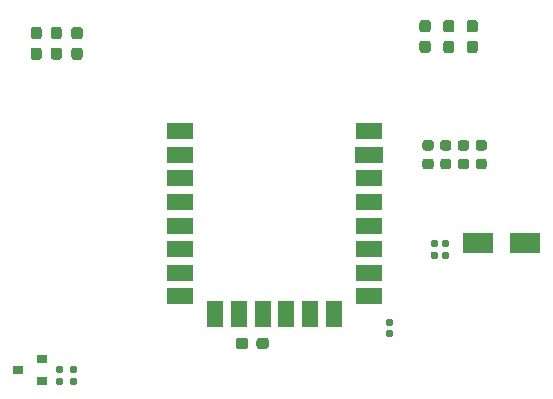
<source format=gbr>
%TF.GenerationSoftware,KiCad,Pcbnew,(5.1.6)-1*%
%TF.CreationDate,2021-03-25T12:52:47+05:30*%
%TF.ProjectId,RX_Controller,52585f43-6f6e-4747-926f-6c6c65722e6b,rev?*%
%TF.SameCoordinates,Original*%
%TF.FileFunction,Paste,Top*%
%TF.FilePolarity,Positive*%
%FSLAX46Y46*%
G04 Gerber Fmt 4.6, Leading zero omitted, Abs format (unit mm)*
G04 Created by KiCad (PCBNEW (5.1.6)-1) date 2021-03-25 12:52:47*
%MOMM*%
%LPD*%
G01*
G04 APERTURE LIST*
%ADD10R,2.500000X1.800000*%
%ADD11R,0.900000X0.800000*%
%ADD12R,2.300000X1.400000*%
%ADD13R,1.400000X2.300000*%
%ADD14R,2.330000X1.400000*%
G04 APERTURE END LIST*
%TO.C,C15*%
G36*
G01*
X140743750Y-90775000D02*
X141256250Y-90775000D01*
G75*
G02*
X141475000Y-90993750I0J-218750D01*
G01*
X141475000Y-91431250D01*
G75*
G02*
X141256250Y-91650000I-218750J0D01*
G01*
X140743750Y-91650000D01*
G75*
G02*
X140525000Y-91431250I0J218750D01*
G01*
X140525000Y-90993750D01*
G75*
G02*
X140743750Y-90775000I218750J0D01*
G01*
G37*
G36*
G01*
X140743750Y-92350000D02*
X141256250Y-92350000D01*
G75*
G02*
X141475000Y-92568750I0J-218750D01*
G01*
X141475000Y-93006250D01*
G75*
G02*
X141256250Y-93225000I-218750J0D01*
G01*
X140743750Y-93225000D01*
G75*
G02*
X140525000Y-93006250I0J218750D01*
G01*
X140525000Y-92568750D01*
G75*
G02*
X140743750Y-92350000I218750J0D01*
G01*
G37*
%TD*%
%TO.C,C16*%
G36*
G01*
X142243750Y-92350000D02*
X142756250Y-92350000D01*
G75*
G02*
X142975000Y-92568750I0J-218750D01*
G01*
X142975000Y-93006250D01*
G75*
G02*
X142756250Y-93225000I-218750J0D01*
G01*
X142243750Y-93225000D01*
G75*
G02*
X142025000Y-93006250I0J218750D01*
G01*
X142025000Y-92568750D01*
G75*
G02*
X142243750Y-92350000I218750J0D01*
G01*
G37*
G36*
G01*
X142243750Y-90775000D02*
X142756250Y-90775000D01*
G75*
G02*
X142975000Y-90993750I0J-218750D01*
G01*
X142975000Y-91431250D01*
G75*
G02*
X142756250Y-91650000I-218750J0D01*
G01*
X142243750Y-91650000D01*
G75*
G02*
X142025000Y-91431250I0J218750D01*
G01*
X142025000Y-90993750D01*
G75*
G02*
X142243750Y-90775000I218750J0D01*
G01*
G37*
%TD*%
D10*
%TO.C,D1*%
X147750000Y-99500000D03*
X143750000Y-99500000D03*
%TD*%
%TO.C,D3*%
G36*
G01*
X141012500Y-82350000D02*
X141487500Y-82350000D01*
G75*
G02*
X141725000Y-82587500I0J-237500D01*
G01*
X141725000Y-83162500D01*
G75*
G02*
X141487500Y-83400000I-237500J0D01*
G01*
X141012500Y-83400000D01*
G75*
G02*
X140775000Y-83162500I0J237500D01*
G01*
X140775000Y-82587500D01*
G75*
G02*
X141012500Y-82350000I237500J0D01*
G01*
G37*
G36*
G01*
X141012500Y-80600000D02*
X141487500Y-80600000D01*
G75*
G02*
X141725000Y-80837500I0J-237500D01*
G01*
X141725000Y-81412500D01*
G75*
G02*
X141487500Y-81650000I-237500J0D01*
G01*
X141012500Y-81650000D01*
G75*
G02*
X140775000Y-81412500I0J237500D01*
G01*
X140775000Y-80837500D01*
G75*
G02*
X141012500Y-80600000I237500J0D01*
G01*
G37*
%TD*%
%TO.C,D2*%
G36*
G01*
X139012501Y-80600000D02*
X139487501Y-80600000D01*
G75*
G02*
X139725001Y-80837500I0J-237500D01*
G01*
X139725001Y-81412500D01*
G75*
G02*
X139487501Y-81650000I-237500J0D01*
G01*
X139012501Y-81650000D01*
G75*
G02*
X138775001Y-81412500I0J237500D01*
G01*
X138775001Y-80837500D01*
G75*
G02*
X139012501Y-80600000I237500J0D01*
G01*
G37*
G36*
G01*
X139012501Y-82350000D02*
X139487501Y-82350000D01*
G75*
G02*
X139725001Y-82587500I0J-237500D01*
G01*
X139725001Y-83162500D01*
G75*
G02*
X139487501Y-83400000I-237500J0D01*
G01*
X139012501Y-83400000D01*
G75*
G02*
X138775001Y-83162500I0J237500D01*
G01*
X138775001Y-82587500D01*
G75*
G02*
X139012501Y-82350000I237500J0D01*
G01*
G37*
%TD*%
%TO.C,D7*%
G36*
G01*
X143012500Y-80600000D02*
X143487500Y-80600000D01*
G75*
G02*
X143725000Y-80837500I0J-237500D01*
G01*
X143725000Y-81412500D01*
G75*
G02*
X143487500Y-81650000I-237500J0D01*
G01*
X143012500Y-81650000D01*
G75*
G02*
X142775000Y-81412500I0J237500D01*
G01*
X142775000Y-80837500D01*
G75*
G02*
X143012500Y-80600000I237500J0D01*
G01*
G37*
G36*
G01*
X143012500Y-82350000D02*
X143487500Y-82350000D01*
G75*
G02*
X143725000Y-82587500I0J-237500D01*
G01*
X143725000Y-83162500D01*
G75*
G02*
X143487500Y-83400000I-237500J0D01*
G01*
X143012500Y-83400000D01*
G75*
G02*
X142775000Y-83162500I0J237500D01*
G01*
X142775000Y-82587500D01*
G75*
G02*
X143012500Y-82350000I237500J0D01*
G01*
G37*
%TD*%
D11*
%TO.C,Q1*%
X106825000Y-111200000D03*
X106825000Y-109300000D03*
X104825000Y-110250000D03*
%TD*%
%TO.C,R12*%
G36*
G01*
X109537500Y-81175000D02*
X110012500Y-81175000D01*
G75*
G02*
X110250000Y-81412500I0J-237500D01*
G01*
X110250000Y-81987500D01*
G75*
G02*
X110012500Y-82225000I-237500J0D01*
G01*
X109537500Y-82225000D01*
G75*
G02*
X109300000Y-81987500I0J237500D01*
G01*
X109300000Y-81412500D01*
G75*
G02*
X109537500Y-81175000I237500J0D01*
G01*
G37*
G36*
G01*
X109537500Y-82925000D02*
X110012500Y-82925000D01*
G75*
G02*
X110250000Y-83162500I0J-237500D01*
G01*
X110250000Y-83737500D01*
G75*
G02*
X110012500Y-83975000I-237500J0D01*
G01*
X109537500Y-83975000D01*
G75*
G02*
X109300000Y-83737500I0J237500D01*
G01*
X109300000Y-83162500D01*
G75*
G02*
X109537500Y-82925000I237500J0D01*
G01*
G37*
%TD*%
%TO.C,R13*%
G36*
G01*
X108262500Y-83975000D02*
X107787500Y-83975000D01*
G75*
G02*
X107550000Y-83737500I0J237500D01*
G01*
X107550000Y-83162500D01*
G75*
G02*
X107787500Y-82925000I237500J0D01*
G01*
X108262500Y-82925000D01*
G75*
G02*
X108500000Y-83162500I0J-237500D01*
G01*
X108500000Y-83737500D01*
G75*
G02*
X108262500Y-83975000I-237500J0D01*
G01*
G37*
G36*
G01*
X108262500Y-82225000D02*
X107787500Y-82225000D01*
G75*
G02*
X107550000Y-81987500I0J237500D01*
G01*
X107550000Y-81412500D01*
G75*
G02*
X107787500Y-81175000I237500J0D01*
G01*
X108262500Y-81175000D01*
G75*
G02*
X108500000Y-81412500I0J-237500D01*
G01*
X108500000Y-81987500D01*
G75*
G02*
X108262500Y-82225000I-237500J0D01*
G01*
G37*
%TD*%
%TO.C,R14*%
G36*
G01*
X106087500Y-82925000D02*
X106562500Y-82925000D01*
G75*
G02*
X106800000Y-83162500I0J-237500D01*
G01*
X106800000Y-83737500D01*
G75*
G02*
X106562500Y-83975000I-237500J0D01*
G01*
X106087500Y-83975000D01*
G75*
G02*
X105850000Y-83737500I0J237500D01*
G01*
X105850000Y-83162500D01*
G75*
G02*
X106087500Y-82925000I237500J0D01*
G01*
G37*
G36*
G01*
X106087500Y-81175000D02*
X106562500Y-81175000D01*
G75*
G02*
X106800000Y-81412500I0J-237500D01*
G01*
X106800000Y-81987500D01*
G75*
G02*
X106562500Y-82225000I-237500J0D01*
G01*
X106087500Y-82225000D01*
G75*
G02*
X105850000Y-81987500I0J237500D01*
G01*
X105850000Y-81412500D01*
G75*
G02*
X106087500Y-81175000I237500J0D01*
G01*
G37*
%TD*%
%TO.C,R8*%
G36*
G01*
X136077500Y-106865000D02*
X136422500Y-106865000D01*
G75*
G02*
X136570000Y-107012500I0J-147500D01*
G01*
X136570000Y-107307500D01*
G75*
G02*
X136422500Y-107455000I-147500J0D01*
G01*
X136077500Y-107455000D01*
G75*
G02*
X135930000Y-107307500I0J147500D01*
G01*
X135930000Y-107012500D01*
G75*
G02*
X136077500Y-106865000I147500J0D01*
G01*
G37*
G36*
G01*
X136077500Y-105895000D02*
X136422500Y-105895000D01*
G75*
G02*
X136570000Y-106042500I0J-147500D01*
G01*
X136570000Y-106337500D01*
G75*
G02*
X136422500Y-106485000I-147500J0D01*
G01*
X136077500Y-106485000D01*
G75*
G02*
X135930000Y-106337500I0J147500D01*
G01*
X135930000Y-106042500D01*
G75*
G02*
X136077500Y-105895000I147500J0D01*
G01*
G37*
%TD*%
%TO.C,R9*%
G36*
G01*
X109647500Y-111480000D02*
X109302500Y-111480000D01*
G75*
G02*
X109155000Y-111332500I0J147500D01*
G01*
X109155000Y-111037500D01*
G75*
G02*
X109302500Y-110890000I147500J0D01*
G01*
X109647500Y-110890000D01*
G75*
G02*
X109795000Y-111037500I0J-147500D01*
G01*
X109795000Y-111332500D01*
G75*
G02*
X109647500Y-111480000I-147500J0D01*
G01*
G37*
G36*
G01*
X109647500Y-110510000D02*
X109302500Y-110510000D01*
G75*
G02*
X109155000Y-110362500I0J147500D01*
G01*
X109155000Y-110067500D01*
G75*
G02*
X109302500Y-109920000I147500J0D01*
G01*
X109647500Y-109920000D01*
G75*
G02*
X109795000Y-110067500I0J-147500D01*
G01*
X109795000Y-110362500D01*
G75*
G02*
X109647500Y-110510000I-147500J0D01*
G01*
G37*
%TD*%
%TO.C,R7*%
G36*
G01*
X108472500Y-110510000D02*
X108127500Y-110510000D01*
G75*
G02*
X107980000Y-110362500I0J147500D01*
G01*
X107980000Y-110067500D01*
G75*
G02*
X108127500Y-109920000I147500J0D01*
G01*
X108472500Y-109920000D01*
G75*
G02*
X108620000Y-110067500I0J-147500D01*
G01*
X108620000Y-110362500D01*
G75*
G02*
X108472500Y-110510000I-147500J0D01*
G01*
G37*
G36*
G01*
X108472500Y-111480000D02*
X108127500Y-111480000D01*
G75*
G02*
X107980000Y-111332500I0J147500D01*
G01*
X107980000Y-111037500D01*
G75*
G02*
X108127500Y-110890000I147500J0D01*
G01*
X108472500Y-110890000D01*
G75*
G02*
X108620000Y-111037500I0J-147500D01*
G01*
X108620000Y-111332500D01*
G75*
G02*
X108472500Y-111480000I-147500J0D01*
G01*
G37*
%TD*%
%TO.C,R20*%
G36*
G01*
X139243750Y-92350000D02*
X139756250Y-92350000D01*
G75*
G02*
X139975000Y-92568750I0J-218750D01*
G01*
X139975000Y-93006250D01*
G75*
G02*
X139756250Y-93225000I-218750J0D01*
G01*
X139243750Y-93225000D01*
G75*
G02*
X139025000Y-93006250I0J218750D01*
G01*
X139025000Y-92568750D01*
G75*
G02*
X139243750Y-92350000I218750J0D01*
G01*
G37*
G36*
G01*
X139243750Y-90775000D02*
X139756250Y-90775000D01*
G75*
G02*
X139975000Y-90993750I0J-218750D01*
G01*
X139975000Y-91431250D01*
G75*
G02*
X139756250Y-91650000I-218750J0D01*
G01*
X139243750Y-91650000D01*
G75*
G02*
X139025000Y-91431250I0J218750D01*
G01*
X139025000Y-90993750D01*
G75*
G02*
X139243750Y-90775000I218750J0D01*
G01*
G37*
%TD*%
%TO.C,R22*%
G36*
G01*
X144256250Y-93225000D02*
X143743750Y-93225000D01*
G75*
G02*
X143525000Y-93006250I0J218750D01*
G01*
X143525000Y-92568750D01*
G75*
G02*
X143743750Y-92350000I218750J0D01*
G01*
X144256250Y-92350000D01*
G75*
G02*
X144475000Y-92568750I0J-218750D01*
G01*
X144475000Y-93006250D01*
G75*
G02*
X144256250Y-93225000I-218750J0D01*
G01*
G37*
G36*
G01*
X144256250Y-91650000D02*
X143743750Y-91650000D01*
G75*
G02*
X143525000Y-91431250I0J218750D01*
G01*
X143525000Y-90993750D01*
G75*
G02*
X143743750Y-90775000I218750J0D01*
G01*
X144256250Y-90775000D01*
G75*
G02*
X144475000Y-90993750I0J-218750D01*
G01*
X144475000Y-91431250D01*
G75*
G02*
X144256250Y-91650000I-218750J0D01*
G01*
G37*
%TD*%
%TO.C,R17*%
G36*
G01*
X140310000Y-99352500D02*
X140310000Y-99697500D01*
G75*
G02*
X140162500Y-99845000I-147500J0D01*
G01*
X139867500Y-99845000D01*
G75*
G02*
X139720000Y-99697500I0J147500D01*
G01*
X139720000Y-99352500D01*
G75*
G02*
X139867500Y-99205000I147500J0D01*
G01*
X140162500Y-99205000D01*
G75*
G02*
X140310000Y-99352500I0J-147500D01*
G01*
G37*
G36*
G01*
X141280000Y-99352500D02*
X141280000Y-99697500D01*
G75*
G02*
X141132500Y-99845000I-147500J0D01*
G01*
X140837500Y-99845000D01*
G75*
G02*
X140690000Y-99697500I0J147500D01*
G01*
X140690000Y-99352500D01*
G75*
G02*
X140837500Y-99205000I147500J0D01*
G01*
X141132500Y-99205000D01*
G75*
G02*
X141280000Y-99352500I0J-147500D01*
G01*
G37*
%TD*%
%TO.C,R18*%
G36*
G01*
X141280000Y-100352500D02*
X141280000Y-100697500D01*
G75*
G02*
X141132500Y-100845000I-147500J0D01*
G01*
X140837500Y-100845000D01*
G75*
G02*
X140690000Y-100697500I0J147500D01*
G01*
X140690000Y-100352500D01*
G75*
G02*
X140837500Y-100205000I147500J0D01*
G01*
X141132500Y-100205000D01*
G75*
G02*
X141280000Y-100352500I0J-147500D01*
G01*
G37*
G36*
G01*
X140310000Y-100352500D02*
X140310000Y-100697500D01*
G75*
G02*
X140162500Y-100845000I-147500J0D01*
G01*
X139867500Y-100845000D01*
G75*
G02*
X139720000Y-100697500I0J147500D01*
G01*
X139720000Y-100352500D01*
G75*
G02*
X139867500Y-100205000I147500J0D01*
G01*
X140162500Y-100205000D01*
G75*
G02*
X140310000Y-100352500I0J-147500D01*
G01*
G37*
%TD*%
%TO.C,C5*%
G36*
G01*
X126025000Y-107737500D02*
X126025000Y-108212500D01*
G75*
G02*
X125787500Y-108450000I-237500J0D01*
G01*
X125212500Y-108450000D01*
G75*
G02*
X124975000Y-108212500I0J237500D01*
G01*
X124975000Y-107737500D01*
G75*
G02*
X125212500Y-107500000I237500J0D01*
G01*
X125787500Y-107500000D01*
G75*
G02*
X126025000Y-107737500I0J-237500D01*
G01*
G37*
G36*
G01*
X124275000Y-107737500D02*
X124275000Y-108212500D01*
G75*
G02*
X124037500Y-108450000I-237500J0D01*
G01*
X123462500Y-108450000D01*
G75*
G02*
X123225000Y-108212500I0J237500D01*
G01*
X123225000Y-107737500D01*
G75*
G02*
X123462500Y-107500000I237500J0D01*
G01*
X124037500Y-107500000D01*
G75*
G02*
X124275000Y-107737500I0J-237500D01*
G01*
G37*
%TD*%
D12*
%TO.C,U2*%
X118500000Y-90000000D03*
X118500000Y-92000000D03*
X118500000Y-94000000D03*
X118500000Y-96000000D03*
X118500000Y-98000000D03*
X118500000Y-100000000D03*
X118500000Y-102000000D03*
X118500000Y-104000000D03*
D13*
X121500000Y-105500000D03*
X123500000Y-105500000D03*
X125500000Y-105500000D03*
X127500000Y-105500000D03*
X129500000Y-105500000D03*
X131500000Y-105500000D03*
D12*
X134500000Y-104000000D03*
X134500000Y-102000000D03*
X134500000Y-100000000D03*
X134500000Y-98000000D03*
X134500000Y-96000000D03*
X134500000Y-94000000D03*
D14*
X134500000Y-92000000D03*
D12*
X134500000Y-90000000D03*
%TD*%
M02*

</source>
